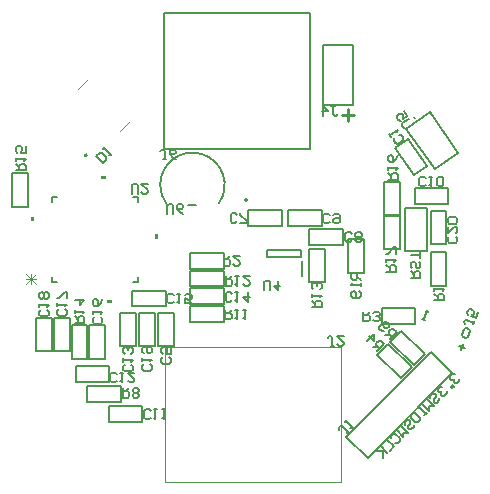
<source format=gbo>
G04*
G04 #@! TF.GenerationSoftware,Altium Limited,Altium Designer,20.0.7 (75)*
G04*
G04 Layer_Color=32896*
%FSLAX44Y44*%
%MOMM*%
G71*
G01*
G75*
%ADD11C,0.2540*%
%ADD13C,0.1270*%
%ADD14C,0.2000*%
%ADD15C,0.1000*%
%ADD16C,0.1524*%
%ADD17C,0.0762*%
%ADD18C,0.1530*%
G36*
X-173054Y35595D02*
X-175594D01*
Y39405D01*
X-173054D01*
Y35595D01*
D02*
G37*
G36*
X-112595Y71054D02*
X-116405D01*
Y73594D01*
X-112595D01*
Y71054D01*
D02*
G37*
G36*
X-107595Y-31054D02*
X-111405D01*
Y-33594D01*
X-107595D01*
Y-31054D01*
D02*
G37*
G36*
X-70946Y20595D02*
X-68406D01*
Y24405D01*
X-70946D01*
Y20595D01*
D02*
G37*
D11*
X97460Y125618D02*
X87303D01*
X92382Y130697D02*
Y120540D01*
D13*
X92300Y20100D02*
X105600D01*
Y-8200D02*
Y20100D01*
X92300Y-8200D02*
X105600D01*
X92300D02*
Y20100D01*
X141000Y10000D02*
Y47000D01*
X159000D01*
Y10000D02*
Y47000D01*
X141000Y10000D02*
X159000D01*
X123300Y40800D02*
Y69100D01*
Y40800D02*
X136600D01*
Y69100D01*
X123300D02*
X136600D01*
X123300Y11800D02*
Y40100D01*
Y11800D02*
X136600D01*
Y40100D01*
X123300D02*
X136600D01*
X137303Y-97637D02*
X146708Y-88232D01*
X117292Y-77626D02*
X137303Y-97637D01*
X117292Y-77626D02*
X126697Y-68222D01*
X146708Y-88232D01*
X137697Y-57221D02*
X157708Y-77232D01*
X128292Y-66626D02*
X137697Y-57221D01*
X128292Y-66626D02*
X148303Y-86637D01*
X157708Y-77232D01*
X120900Y-38400D02*
X120900Y-51700D01*
X120900Y-38400D02*
X149200Y-38400D01*
X149200Y-51700D02*
X149200Y-38400D01*
X120900Y-51700D02*
X149200Y-51700D01*
X143343Y105475D02*
X159576Y82293D01*
X132449Y97846D02*
X143343Y105475D01*
X132449Y97846D02*
X148681Y74664D01*
X159576Y82293D01*
X-41199Y8700D02*
X-12899D01*
X-41199Y-4600D02*
Y8700D01*
Y-4600D02*
X-12899D01*
Y8700D01*
X141943Y113935D02*
X165981Y79604D01*
X185747Y93444D01*
X161709Y127775D02*
X185747Y93444D01*
X141943Y113935D02*
X161709Y127775D01*
X-191700Y76100D02*
X-178400D01*
Y47800D02*
Y76100D01*
X-191700Y47800D02*
X-178400D01*
X-191700D02*
Y76100D01*
X-109900Y-100600D02*
Y-87300D01*
X-138200Y-100600D02*
X-109900D01*
X-138200D02*
Y-87300D01*
X-109900D01*
X-100000Y-117300D02*
Y-104000D01*
X-128300Y-117300D02*
X-100000D01*
X-128300D02*
Y-104000D01*
X-100000D01*
X-81900Y-134600D02*
Y-121300D01*
X-110200Y-134600D02*
X-81900D01*
X-110200D02*
Y-121300D01*
X-81900D01*
X-128300Y-81100D02*
Y-52800D01*
X-141600D02*
X-128300D01*
X-141600Y-81100D02*
Y-52800D01*
Y-81100D02*
X-128300D01*
X59300Y-16200D02*
Y12100D01*
Y-16200D02*
X72600D01*
Y12100D01*
X59300D02*
X72600D01*
X-41199Y-6300D02*
X-12899D01*
X-41199Y-19600D02*
Y-6300D01*
Y-19600D02*
X-12899D01*
Y-6300D01*
X-41100Y-49700D02*
X-12800D01*
Y-36400D01*
X-41100D02*
X-12800D01*
X-41100Y-49700D02*
Y-36400D01*
X175700Y-19100D02*
Y9200D01*
X162400D02*
X175700D01*
X162400Y-19100D02*
Y9200D01*
Y-19100D02*
X175700D01*
X162300Y15800D02*
Y44100D01*
Y15800D02*
X175600D01*
Y44100D01*
X162300D02*
X175600D01*
X-71300Y-70100D02*
Y-41800D01*
X-84600D02*
X-71300D01*
X-84600Y-70100D02*
Y-41800D01*
Y-70100D02*
X-71300D01*
X-158400Y-74800D02*
Y-46500D01*
X-171700D02*
X-158400D01*
X-171700Y-74800D02*
Y-46500D01*
Y-74800D02*
X-158400D01*
X-142900D02*
Y-46500D01*
X-156200D02*
X-142900D01*
X-156200Y-74800D02*
Y-46500D01*
Y-74800D02*
X-142900D01*
X-113300Y-81100D02*
Y-52800D01*
X-126600D02*
X-113300D01*
X-126600Y-81100D02*
Y-52800D01*
Y-81100D02*
X-113300D01*
X-90100Y-36700D02*
X-61800D01*
Y-23400D01*
X-90100D02*
X-61800D01*
X-90100Y-36700D02*
Y-23400D01*
X-41099Y-34700D02*
X-12799D01*
Y-21400D01*
X-41099D02*
X-12799D01*
X-41099Y-34700D02*
Y-21400D01*
X-100700Y-70200D02*
Y-41900D01*
Y-70200D02*
X-87400D01*
Y-41900D01*
X-100700D02*
X-87400D01*
X148900Y50300D02*
X177200D01*
Y63600D01*
X148900D02*
X177200D01*
X148900Y50300D02*
Y63600D01*
X41899Y31300D02*
X70199D01*
Y44600D01*
X41899D02*
X70199D01*
X41899Y31300D02*
Y44600D01*
X59800Y28700D02*
X88100D01*
X59800Y15400D02*
Y28700D01*
Y15400D02*
X88100D01*
Y28700D01*
X7900Y31300D02*
X36200D01*
Y44600D01*
X7900D02*
X36200D01*
X7900Y31300D02*
Y44600D01*
X-55300Y-70100D02*
Y-41800D01*
X-68600D02*
X-55300D01*
X-68600Y-70100D02*
Y-41800D01*
Y-70100D02*
X-55300D01*
D14*
X-128849Y90866D02*
G03*
X-130264Y92281I-707J707D01*
G01*
D02*
G03*
X-128849Y90866I707J-707D01*
G01*
X149073Y122571D02*
G03*
X148500Y123391I-287J410D01*
G01*
D02*
G03*
X149073Y122571I287J-410D01*
G01*
X96700Y133900D02*
Y184700D01*
X71300Y133900D02*
X96700D01*
X71300D02*
Y184700D01*
X96700D01*
X-63500Y120000D02*
Y212000D01*
X-39000D01*
X60500D01*
Y96500D02*
Y212000D01*
X-63500Y96500D02*
X60500D01*
X-63500D02*
Y120000D01*
X91039Y-147000D02*
X109000Y-164960D01*
X180842Y-93118D01*
X91039Y-147000D02*
X162882Y-75158D01*
X180842Y-93118D01*
X52480Y5250D02*
Y10750D01*
X23520D02*
X52480D01*
X23520Y5250D02*
Y10750D01*
Y5250D02*
X52480D01*
X53140Y-10750D02*
Y1750D01*
D15*
X-135920Y147435D02*
X-127435Y155920D01*
X-100565Y112080D02*
X-92080Y120565D01*
X-62500Y-185000D02*
X86500D01*
Y-71000D01*
X-62500D02*
X86500D01*
X-62500Y-185000D02*
Y-71000D01*
D16*
X7055Y53600D02*
G03*
X7055Y53600I-1270J0D01*
G01*
X-66605Y66300D02*
G03*
X-60942Y49651I27305J0D01*
G01*
X-16923Y50653D02*
G03*
X-66605Y66300I-22377J15647D01*
G01*
X-43404Y49155D02*
X-36277D01*
X-158322Y-16322D02*
X-153970D01*
X-158322Y56322D02*
X-153970D01*
X-85678Y51971D02*
Y56322D01*
X-90030Y-16322D02*
X-85678D01*
X-158322D02*
Y-11970D01*
Y51971D02*
Y56322D01*
X-90030D02*
X-85678D01*
Y-16322D02*
Y-11970D01*
D17*
X-180039Y-18040D02*
X-171575Y-9576D01*
X-180039D02*
X-171575Y-18040D01*
X-180039Y-13808D02*
X-171575D01*
X-175807Y-9576D02*
Y-18040D01*
D18*
X182806Y-93870D02*
X180874D01*
X178942Y-95802D01*
Y-97734D01*
X179908Y-98700D01*
X181840D01*
X182806Y-97734D01*
X181840Y-98700D01*
Y-100632D01*
X182806Y-101598D01*
X184738Y-101598D01*
X186670Y-99666D01*
Y-97734D01*
X181840Y-104496D02*
X180874Y-103530D01*
X179908Y-104496D01*
X180874Y-105463D01*
X181840Y-104496D01*
X172179D02*
X170247D01*
X168315Y-106428D01*
Y-108361D01*
X169281Y-109327D01*
X171213D01*
X172179Y-108361D01*
X171213Y-109327D01*
Y-111259D01*
X172179Y-112225D01*
X174111Y-112225D01*
X176043Y-110293D01*
Y-108361D01*
X140342Y-136834D02*
Y-134902D01*
X142274Y-132970D01*
X144206D01*
X145172Y-133936D01*
X145172Y-135868D01*
X143240Y-137800D01*
Y-139732D01*
X144206Y-140698D01*
X146138Y-140698D01*
X148070Y-138766D01*
Y-136834D01*
X137443Y-137800D02*
X143240Y-143596D01*
X139376D01*
Y-147461D01*
X133579Y-141664D01*
X128749Y-148427D02*
Y-146495D01*
X130681Y-144563D01*
X132613Y-144563D01*
X136477Y-148427D01*
Y-150359D01*
X134545Y-152291D01*
X132613Y-152291D01*
X125851Y-149393D02*
X131647Y-155189D01*
X127783Y-159053D01*
X120054Y-155189D02*
X125851Y-160986D01*
X123918Y-159053D01*
X116190D01*
X121986D01*
X121986Y-164850D01*
X161942Y-114334D02*
Y-112402D01*
X163874Y-110470D01*
X165806D01*
X166772Y-111436D01*
X166772Y-113368D01*
X164840Y-115300D01*
Y-117232D01*
X165806Y-118198D01*
X167738Y-118198D01*
X169670Y-116266D01*
Y-114334D01*
X159043Y-115300D02*
X164840Y-121096D01*
X160976D01*
Y-124961D01*
X155179Y-119164D01*
X153247Y-121096D02*
X151315Y-123029D01*
X152281Y-122063D01*
X158077Y-127859D01*
X159043Y-126893D01*
X157111Y-128825D01*
X145519Y-128825D02*
X147451Y-126893D01*
X149383Y-126893D01*
X153247Y-130757D01*
Y-132689D01*
X151315Y-134621D01*
X149383D01*
X145519Y-130757D01*
Y-128825D01*
X158018Y-48072D02*
X155419Y-47228D01*
X156718Y-47650D01*
X159251Y-39854D01*
X160129Y-41575D01*
X186072Y-70419D02*
X191270Y-72108D01*
X189515Y-68665D02*
X187827Y-73862D01*
X190339Y-55421D02*
X192060Y-54544D01*
X194659Y-55388D01*
X195536Y-57110D01*
X193848Y-62307D01*
X192126Y-63184D01*
X189527Y-62340D01*
X188650Y-60618D01*
X190339Y-55421D01*
X103101Y-8755D02*
X94904D01*
Y-12853D01*
X96270Y-14219D01*
X99002D01*
X100369Y-12853D01*
Y-8755D01*
Y-11487D02*
X103101Y-14219D01*
Y-16952D02*
Y-19684D01*
Y-18318D01*
X94904D01*
X96270Y-16952D01*
X101735Y-23783D02*
X103101Y-25149D01*
Y-27882D01*
X101735Y-29248D01*
X96270D01*
X94904Y-27882D01*
Y-25149D01*
X96270Y-23783D01*
X97636D01*
X99002Y-25149D01*
Y-29248D01*
X124901Y-7247D02*
X133099D01*
Y-3148D01*
X131733Y-1782D01*
X129000D01*
X127634Y-3148D01*
Y-7247D01*
Y-4514D02*
X124901Y-1782D01*
Y951D02*
Y3683D01*
Y2317D01*
X133099D01*
X131733Y951D01*
X133099Y7782D02*
Y13247D01*
X131733D01*
X126267Y7782D01*
X124901D01*
X126501Y70653D02*
X134699D01*
Y74752D01*
X133332Y76118D01*
X130600D01*
X129234Y74752D01*
Y70653D01*
Y73386D02*
X126501Y76118D01*
Y78851D02*
Y81583D01*
Y80217D01*
X134699D01*
X133332Y78851D01*
X134699Y91147D02*
X133332Y88414D01*
X130600Y85682D01*
X127867D01*
X126501Y87048D01*
Y89781D01*
X127867Y91147D01*
X129234D01*
X130600Y89781D01*
Y85682D01*
X105469Y-41001D02*
Y-49199D01*
X109567D01*
X110934Y-47832D01*
Y-45100D01*
X109567Y-43734D01*
X105469D01*
X108201D02*
X110934Y-41001D01*
X113666Y-47832D02*
X115033Y-49199D01*
X117765D01*
X119131Y-47832D01*
Y-46466D01*
X117765Y-45100D01*
X116399D01*
X117765D01*
X119131Y-43734D01*
Y-42368D01*
X117765Y-41001D01*
X115033D01*
X113666Y-42368D01*
X135838Y108867D02*
X137741Y108532D01*
X139308Y106293D01*
X138973Y104391D01*
X134496Y101256D01*
X132593Y101592D01*
X131026Y103830D01*
X131362Y105733D01*
X128675Y107187D02*
X127108Y109426D01*
X127892Y108307D01*
X134607Y113008D01*
X134271Y111105D01*
X-188799Y78453D02*
X-180601D01*
Y82552D01*
X-181968Y83918D01*
X-184700D01*
X-186066Y82552D01*
Y78453D01*
Y81186D02*
X-188799Y83918D01*
Y86651D02*
Y89383D01*
Y88017D01*
X-180601D01*
X-181968Y86651D01*
X-180601Y98947D02*
Y93482D01*
X-184700D01*
X-183334Y96214D01*
Y97580D01*
X-184700Y98947D01*
X-187432D01*
X-188799Y97580D01*
Y94848D01*
X-187432Y93482D01*
X-138899Y-50647D02*
X-130701D01*
Y-46548D01*
X-132068Y-45182D01*
X-134800D01*
X-136166Y-46548D01*
Y-50647D01*
Y-47914D02*
X-138899Y-45182D01*
Y-42449D02*
Y-39717D01*
Y-41083D01*
X-130701D01*
X-132068Y-42449D01*
X-138899Y-31519D02*
X-130701D01*
X-134800Y-35618D01*
Y-30153D01*
X61801Y-37147D02*
X69999D01*
Y-33048D01*
X68632Y-31682D01*
X65900D01*
X64534Y-33048D01*
Y-37147D01*
Y-34414D02*
X61801Y-31682D01*
Y-28949D02*
Y-26217D01*
Y-27583D01*
X69999D01*
X68632Y-28949D01*
Y-22118D02*
X69999Y-20752D01*
Y-18019D01*
X68632Y-16653D01*
X67266D01*
X65900Y-18019D01*
Y-19386D01*
Y-18019D01*
X64534Y-16653D01*
X63168D01*
X61801Y-18019D01*
Y-20752D01*
X63168Y-22118D01*
X145501Y-12430D02*
X153699D01*
Y-8331D01*
X152332Y-6965D01*
X149600D01*
X148234Y-8331D01*
Y-12430D01*
Y-9697D02*
X145501Y-6965D01*
X152332Y1232D02*
X153699Y-134D01*
Y-2866D01*
X152332Y-4232D01*
X150966D01*
X149600Y-2866D01*
Y-134D01*
X148234Y1232D01*
X146868D01*
X145501Y-134D01*
Y-2866D01*
X146868Y-4232D01*
X153699Y3965D02*
Y9430D01*
Y6697D01*
X145501D01*
X-11098Y-10754D02*
Y-18951D01*
X-7000D01*
X-5633Y-17585D01*
Y-14853D01*
X-7000Y-13486D01*
X-11098D01*
X-8366D02*
X-5633Y-10754D01*
X-2901D02*
X-169D01*
X-1535D01*
Y-18951D01*
X-2901Y-17585D01*
X9395Y-10754D02*
X3930D01*
X9395Y-16219D01*
Y-17585D01*
X8029Y-18951D01*
X5296D01*
X3930Y-17585D01*
X21169Y-23099D02*
Y-16267D01*
X22535Y-14901D01*
X25268D01*
X26634Y-16267D01*
Y-23099D01*
X33465Y-14901D02*
Y-23099D01*
X29366Y-19000D01*
X34831D01*
X-61366Y87901D02*
X-64099D01*
X-62733D01*
Y94732D01*
X-64099Y96099D01*
X-65465D01*
X-66831Y94732D01*
X-53169Y87901D02*
X-55901Y89268D01*
X-58634Y92000D01*
Y94732D01*
X-57268Y96099D01*
X-54535D01*
X-53169Y94732D01*
Y93366D01*
X-54535Y92000D01*
X-58634D01*
X80634Y-70099D02*
X77901D01*
X79268D01*
Y-63267D01*
X77901Y-61901D01*
X76535D01*
X75169Y-63267D01*
X88831Y-61901D02*
X83366D01*
X88831Y-67366D01*
Y-68733D01*
X87465Y-70099D01*
X84732D01*
X83366Y-68733D01*
X-60831Y41901D02*
Y48733D01*
X-59465Y50099D01*
X-56732D01*
X-55366Y48733D01*
Y41901D01*
X-47169D02*
X-49901Y43268D01*
X-52634Y46000D01*
Y48733D01*
X-51267Y50099D01*
X-48535D01*
X-47169Y48733D01*
Y47366D01*
X-48535Y46000D01*
X-52634D01*
X147276Y117755D02*
X141680Y113837D01*
X139777Y114172D01*
X138210Y116411D01*
X138545Y118314D01*
X144141Y122232D01*
X139439Y128947D02*
X142574Y124470D01*
X139216Y122119D01*
X138768Y125141D01*
X137985Y126260D01*
X136082Y126596D01*
X133843Y125028D01*
X133508Y123126D01*
X135075Y120887D01*
X136978Y120552D01*
X-90831Y58901D02*
Y65732D01*
X-89465Y67099D01*
X-86733D01*
X-85366Y65732D01*
Y58901D01*
X-77169Y67099D02*
X-82634D01*
X-77169Y61634D01*
Y60268D01*
X-78535Y58901D01*
X-81268D01*
X-82634Y60268D01*
X-11480Y-39401D02*
Y-47599D01*
X-7382D01*
X-6016Y-46232D01*
Y-43500D01*
X-7382Y-42134D01*
X-11480D01*
X-8748D02*
X-6016Y-39401D01*
X-3283D02*
X-551D01*
X-1917D01*
Y-47599D01*
X-3283Y-46232D01*
X3548Y-39401D02*
X6280D01*
X4914D01*
Y-47599D01*
X3548Y-46232D01*
X127732Y-64429D02*
X133528Y-58632D01*
X130630Y-55734D01*
X128698D01*
X126766Y-57666D01*
X126766Y-59598D01*
X129664Y-62496D01*
X127732Y-60564D02*
X123868D01*
X122902Y-57666D02*
X120970D01*
X119038Y-55734D01*
Y-53802D01*
X122902Y-49938D01*
X124834D01*
X126766Y-51870D01*
X126766Y-53802D01*
X125800Y-54768D01*
X123868Y-54768D01*
X120970Y-51870D01*
X-98131Y-105801D02*
Y-113999D01*
X-94032D01*
X-92666Y-112633D01*
Y-109900D01*
X-94032Y-108534D01*
X-98131D01*
X-95399D02*
X-92666Y-105801D01*
X-89934Y-112633D02*
X-88567Y-113999D01*
X-85835D01*
X-84469Y-112633D01*
Y-111266D01*
X-85835Y-109900D01*
X-84469Y-108534D01*
Y-107168D01*
X-85835Y-105801D01*
X-88567D01*
X-89934Y-107168D01*
Y-108534D01*
X-88567Y-109900D01*
X-89934Y-111266D01*
Y-112633D01*
X-88567Y-109900D02*
X-85835D01*
X117332Y-74529D02*
X123128Y-68732D01*
X120230Y-65834D01*
X118298D01*
X116366Y-67766D01*
X116366Y-69698D01*
X119264Y-72596D01*
X117332Y-70664D02*
X113468D01*
X108638Y-65834D02*
X114434Y-60037D01*
X114434Y-65834D01*
X110570Y-61970D01*
X-12831Y6099D02*
Y-2099D01*
X-8732D01*
X-7366Y-733D01*
Y2000D01*
X-8732Y3366D01*
X-12831D01*
X-10099D02*
X-7366Y6099D01*
X831D02*
X-4634D01*
X831Y634D01*
Y-733D01*
X-535Y-2099D01*
X-3268D01*
X-4634Y-733D01*
X165601Y-31565D02*
X173799D01*
Y-27466D01*
X172432Y-26100D01*
X169700D01*
X168334Y-27466D01*
Y-31565D01*
Y-28832D02*
X165601Y-26100D01*
Y-23368D02*
Y-20635D01*
Y-22001D01*
X173799D01*
X172432Y-23368D01*
X199484Y-49086D02*
X198550Y-51653D01*
X199017Y-50370D01*
X192598Y-48033D01*
X190847Y-48850D01*
X190379Y-50134D01*
X191196Y-51885D01*
X202288Y-41383D02*
X200419Y-46518D01*
X196567Y-45116D01*
X198786Y-43016D01*
X199253Y-41732D01*
X198436Y-39981D01*
X195869Y-39046D01*
X194118Y-39863D01*
X193183Y-42431D01*
X194000Y-44182D01*
X78366Y133099D02*
X81099D01*
X79732D01*
Y126267D01*
X81099Y124901D01*
X82465D01*
X83831Y126267D01*
X71535Y124901D02*
Y133099D01*
X75634Y129000D01*
X70169D01*
X93498Y-142098D02*
X91566Y-144030D01*
X92532Y-143064D01*
X87702Y-138234D01*
X85770D01*
X84804Y-139200D01*
Y-141132D01*
X89634Y-134370D02*
X91566Y-132437D01*
X90600Y-133404D01*
X96396Y-139200D01*
X94464Y-139200D01*
X-114966Y84811D02*
X-120763Y90608D01*
X-117864Y93506D01*
X-115932Y93506D01*
X-112068Y89642D01*
Y87709D01*
X-114966Y84811D01*
Y96404D02*
X-113034Y98336D01*
X-114000Y97370D01*
X-108204Y91574D01*
X-110136Y91574D01*
X183732Y22535D02*
X185099Y21169D01*
Y18436D01*
X183732Y17070D01*
X178267D01*
X176901Y18436D01*
Y21169D01*
X178267Y22535D01*
X176901Y30733D02*
Y25268D01*
X182366Y30733D01*
X183732D01*
X185099Y29366D01*
Y26634D01*
X183732Y25268D01*
Y33465D02*
X185099Y34831D01*
Y37564D01*
X183732Y38930D01*
X178267D01*
X176901Y37564D01*
Y34831D01*
X178267Y33465D01*
X183732D01*
X-75167Y-85782D02*
X-73801Y-87148D01*
Y-89881D01*
X-75167Y-91247D01*
X-80632D01*
X-81999Y-89881D01*
Y-87148D01*
X-80632Y-85782D01*
X-81999Y-83049D02*
Y-80317D01*
Y-81683D01*
X-73801D01*
X-75167Y-83049D01*
X-80632Y-76218D02*
X-81999Y-74852D01*
Y-72119D01*
X-80632Y-70753D01*
X-75167D01*
X-73801Y-72119D01*
Y-74852D01*
X-75167Y-76218D01*
X-76534D01*
X-77900Y-74852D01*
Y-70753D01*
X-162367Y-39682D02*
X-161001Y-41048D01*
Y-43780D01*
X-162367Y-45147D01*
X-167832D01*
X-169199Y-43780D01*
Y-41048D01*
X-167832Y-39682D01*
X-169199Y-36949D02*
Y-34217D01*
Y-35583D01*
X-161001D01*
X-162367Y-36949D01*
Y-30118D02*
X-161001Y-28752D01*
Y-26020D01*
X-162367Y-24653D01*
X-163734D01*
X-165100Y-26020D01*
X-166466Y-24653D01*
X-167832D01*
X-169199Y-26020D01*
Y-28752D01*
X-167832Y-30118D01*
X-166466D01*
X-165100Y-28752D01*
X-163734Y-30118D01*
X-162367D01*
X-165100Y-28752D02*
Y-26020D01*
X-146868Y-39182D02*
X-145501Y-40548D01*
Y-43281D01*
X-146868Y-44647D01*
X-152332D01*
X-153699Y-43281D01*
Y-40548D01*
X-152332Y-39182D01*
X-153699Y-36449D02*
Y-33717D01*
Y-35083D01*
X-145501D01*
X-146868Y-36449D01*
X-145501Y-29618D02*
Y-24153D01*
X-146868D01*
X-152332Y-29618D01*
X-153699D01*
X-116868Y-45682D02*
X-115501Y-47048D01*
Y-49781D01*
X-116868Y-51147D01*
X-122332D01*
X-123699Y-49781D01*
Y-47048D01*
X-122332Y-45682D01*
X-123699Y-42949D02*
Y-40217D01*
Y-41583D01*
X-115501D01*
X-116868Y-42949D01*
X-115501Y-30653D02*
X-116868Y-33386D01*
X-119600Y-36118D01*
X-122332D01*
X-123699Y-34752D01*
Y-32020D01*
X-122332Y-30653D01*
X-120966D01*
X-119600Y-32020D01*
Y-36118D01*
X-55082Y-32632D02*
X-56448Y-33999D01*
X-59180D01*
X-60547Y-32632D01*
Y-27167D01*
X-59180Y-25801D01*
X-56448D01*
X-55082Y-27167D01*
X-52349Y-25801D02*
X-49617D01*
X-50983D01*
Y-33999D01*
X-52349Y-32632D01*
X-40053Y-33999D02*
X-45518D01*
Y-29900D01*
X-42786Y-31266D01*
X-41420D01*
X-40053Y-29900D01*
Y-27167D01*
X-41420Y-25801D01*
X-44152D01*
X-45518Y-27167D01*
X-5782Y-31332D02*
X-7148Y-32699D01*
X-9880D01*
X-11247Y-31332D01*
Y-25868D01*
X-9880Y-24501D01*
X-7148D01*
X-5782Y-25868D01*
X-3049Y-24501D02*
X-317D01*
X-1683D01*
Y-32699D01*
X-3049Y-31332D01*
X7880Y-24501D02*
Y-32699D01*
X3782Y-28600D01*
X9247D01*
X-91167Y-86082D02*
X-89801Y-87448D01*
Y-90181D01*
X-91167Y-91547D01*
X-96632D01*
X-97999Y-90181D01*
Y-87448D01*
X-96632Y-86082D01*
X-97999Y-83349D02*
Y-80617D01*
Y-81983D01*
X-89801D01*
X-91167Y-83349D01*
Y-76518D02*
X-89801Y-75152D01*
Y-72420D01*
X-91167Y-71053D01*
X-92534D01*
X-93900Y-72420D01*
Y-73786D01*
Y-72420D01*
X-95266Y-71053D01*
X-96632D01*
X-97999Y-72420D01*
Y-75152D01*
X-96632Y-76518D01*
X-103382Y-99532D02*
X-104748Y-100899D01*
X-107480D01*
X-108847Y-99532D01*
Y-94068D01*
X-107480Y-92701D01*
X-104748D01*
X-103382Y-94068D01*
X-100649Y-92701D02*
X-97917D01*
X-99283D01*
Y-100899D01*
X-100649Y-99532D01*
X-88353Y-92701D02*
X-93818D01*
X-88353Y-98166D01*
Y-99532D01*
X-89719Y-100899D01*
X-92452D01*
X-93818Y-99532D01*
X-74716Y-130732D02*
X-76082Y-132099D01*
X-78814D01*
X-80181Y-130732D01*
Y-125267D01*
X-78814Y-123901D01*
X-76082D01*
X-74716Y-125267D01*
X-71983Y-123901D02*
X-69251D01*
X-70617D01*
Y-132099D01*
X-71983Y-130732D01*
X-65152Y-123901D02*
X-62420D01*
X-63786D01*
Y-132099D01*
X-65152Y-130732D01*
X158218Y66267D02*
X156852Y64901D01*
X154120D01*
X152753Y66267D01*
Y71732D01*
X154120Y73099D01*
X156852D01*
X158218Y71732D01*
X160951Y73099D02*
X163683D01*
X162317D01*
Y64901D01*
X160951Y66267D01*
X167782D02*
X169148Y64901D01*
X171880D01*
X173247Y66267D01*
Y71732D01*
X171880Y73099D01*
X169148D01*
X167782Y71732D01*
Y66267D01*
X77134Y35068D02*
X75767Y33701D01*
X73035D01*
X71669Y35068D01*
Y40532D01*
X73035Y41899D01*
X75767D01*
X77134Y40532D01*
X79866D02*
X81233Y41899D01*
X83965D01*
X85331Y40532D01*
Y35068D01*
X83965Y33701D01*
X81233D01*
X79866Y35068D01*
Y36434D01*
X81233Y37800D01*
X85331D01*
X95734Y19268D02*
X94368Y17901D01*
X91635D01*
X90269Y19268D01*
Y24732D01*
X91635Y26099D01*
X94368D01*
X95734Y24732D01*
X98466Y19268D02*
X99832Y17901D01*
X102565D01*
X103931Y19268D01*
Y20634D01*
X102565Y22000D01*
X103931Y23366D01*
Y24732D01*
X102565Y26099D01*
X99832D01*
X98466Y24732D01*
Y23366D01*
X99832Y22000D01*
X98466Y20634D01*
Y19268D01*
X99832Y22000D02*
X102565D01*
X-1566Y35568D02*
X-2932Y34201D01*
X-5665D01*
X-7031Y35568D01*
Y41033D01*
X-5665Y42399D01*
X-2932D01*
X-1566Y41033D01*
X1166Y34201D02*
X6631D01*
Y35568D01*
X1166Y41033D01*
Y42399D01*
X-59167Y-79566D02*
X-57801Y-80933D01*
Y-83665D01*
X-59167Y-85031D01*
X-64633D01*
X-65999Y-83665D01*
Y-80933D01*
X-64633Y-79566D01*
X-57801Y-71369D02*
Y-76834D01*
X-61900D01*
X-60534Y-74101D01*
Y-72735D01*
X-61900Y-71369D01*
X-64633D01*
X-65999Y-72735D01*
Y-75468D01*
X-64633Y-76834D01*
M02*

</source>
